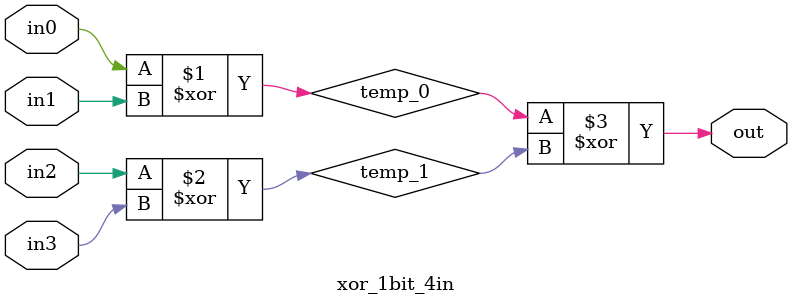
<source format=v>
module xor_1bit_4in(in0, in1, in2, in3, out);
  input in0, in1, in2, in3;
  output out;

  wire temp_0, temp_1;

  xor xor_0(temp_0, in0, in1);
  xor xor_1(temp_1, in2, in3);

  xor xor_final(out, temp_0, temp_1);

endmodule

</source>
